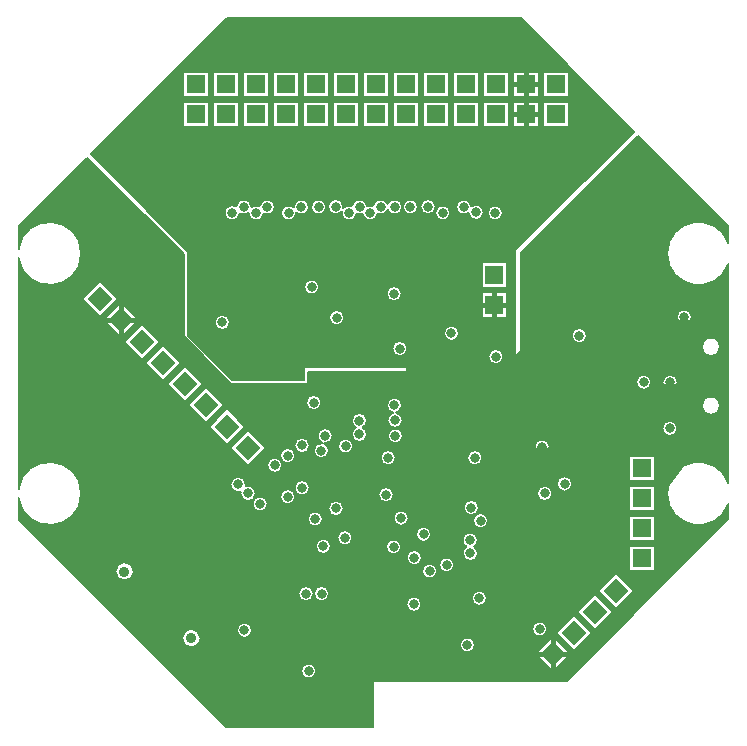
<source format=gbr>
G04 EasyPC Gerber Version 21.0.3 Build 4286 *
G04 #@! TF.Part,Single*
G04 #@! TF.FileFunction,Copper,L3,Inr *
G04 #@! TF.FilePolarity,Positive *
%FSLAX35Y35*%
%MOIN*%
G04 #@! TA.AperFunction,ComponentPad*
%ADD90R,0.06000X0.06000*%
G04 #@! TA.AperFunction,SMDPad*
%AMT19*0 Rectangle Pad at angle 45*21,1,0.06000,0.06000,0,0,45*%
%ADD19T19*%
G04 #@! TD.AperFunction*
%ADD73C,0.00500*%
%ADD79C,0.01500*%
G04 #@! TA.AperFunction,ViaPad*
%ADD97C,0.03200*%
G04 #@! TA.AperFunction,ComponentPad*
%ADD95C,0.03600*%
X0Y0D02*
D02*
D19*
X29901Y145799D03*
X36972Y138728D03*
X44043Y131657D03*
X51115Y124585D03*
X58185Y117515D03*
X65257Y110443D03*
X72328Y103372D03*
X79399Y96301D03*
X180937Y27437D03*
X188008Y34508D03*
X195079Y41579D03*
X202150Y48650D03*
D02*
D73*
X25768Y193032D02*
X2850Y170115D01*
Y162496*
G75*
G02X23750Y161050I10400J-1446*
G01*
G75*
G02X2850Y159604I-10500*
G01*
Y82496*
G75*
G02X23750Y81050I10400J-1446*
G01*
G75*
G02X2850Y79604I-10500*
G01*
Y72285*
X72085Y3050*
X121050*
Y18650*
X185715*
X239450Y72385*
Y77552*
G75*
G02X219050Y81050I-9900J3498*
G01*
G75*
G02X239450Y84548I10500*
G01*
Y157552*
G75*
G02X219050Y161050I-9900J3498*
G01*
G75*
G02X239450Y164548I10500*
G01*
Y170215*
X209332Y200332*
X170350Y161350*
Y128450*
X165250Y123350*
X132250*
Y121450*
X99250*
Y117550*
X73750*
X57850Y133450*
Y160950*
X25768Y193032*
X23891Y145799D02*
X29901Y151809D01*
X35911Y145799*
X29901Y139789*
X23891Y145799*
X30962Y138728D02*
X36972Y144738D01*
X42983Y138728*
X36972Y132717*
X30962Y138728*
X36008Y57192D02*
G75*
G02X40321Y52879I2157J-2157D01*
G01*
G75*
G02X36008Y57192I-2157J2157*
G01*
X38033Y131657D02*
X44043Y137667D01*
X50054Y131657*
X44043Y125646*
X38033Y131657*
X45104Y124585D02*
X51115Y130596D01*
X57125Y124585*
X51115Y118575*
X45104Y124585*
X52175Y117515D02*
X58185Y123525D01*
X64196Y117515*
X58185Y111504*
X52175Y117515*
X58282Y34918D02*
G75*
G02X62595Y30605I2157J-2157D01*
G01*
G75*
G02X58282Y34918I-2157J2157*
G01*
X59246Y110443D02*
X65257Y116454D01*
X71267Y110443*
X65257Y104433*
X59246Y110443*
X66317Y103372D02*
X72328Y109383D01*
X78338Y103372*
X72328Y97362*
X66317Y103372*
X73389Y96301D02*
X79399Y102311D01*
X85409Y96301*
X79399Y90291*
X73389Y96301*
X76868Y81635D02*
G75*
G02X73500Y84050I-818J2415D01*
G01*
G75*
G02X78600I2550*
G01*
G75*
G02X78532Y83465I-2550J1*
G01*
G75*
G02X81900Y81050I818J-2415*
G01*
G75*
G02X76800I-2550*
G01*
G75*
G02X76868Y81635I2550J-1*
G01*
X80700Y35450D02*
G75*
G02X75600I-2550D01*
G01*
G75*
G02X80700I2550*
G01*
X80800Y77550D02*
G75*
G02X85900I2550D01*
G01*
G75*
G02X80800I-2550*
G01*
X85700Y90450D02*
G75*
G02X90800I2550D01*
G01*
G75*
G02X85700I-2550*
G01*
X95100Y79950D02*
G75*
G02X90000I-2550D01*
G01*
G75*
G02X95100I2550*
G01*
Y93650D02*
G75*
G02X90000I-2550D01*
G01*
G75*
G02X95100I2550*
G01*
X99200Y72550D02*
G75*
G02X104300I2550D01*
G01*
G75*
G02X99200I-2550*
G01*
X99900Y82950D02*
G75*
G02X94800I-2550D01*
G01*
G75*
G02X99900I2550*
G01*
Y97050D02*
G75*
G02X94800I-2550D01*
G01*
G75*
G02X99900I2550*
G01*
X101200Y47650D02*
G75*
G02X96100I-2550D01*
G01*
G75*
G02X101200I2550*
G01*
X101900Y63450D02*
G75*
G02X107000I2550D01*
G01*
G75*
G02X101900I-2550*
G01*
X102100Y21850D02*
G75*
G02X97000I-2550D01*
G01*
G75*
G02X102100I2550*
G01*
X103800Y111350D02*
G75*
G02X98700I-2550D01*
G01*
G75*
G02X103800I2550*
G01*
X104131Y97871D02*
G75*
G02X102500Y100250I919J2379D01*
G01*
G75*
G02X107600I2550*
G01*
G75*
G02X104669Y97729I-2550*
G01*
G75*
G02X106300Y95350I-919J-2379*
G01*
G75*
G02X101200I-2550*
G01*
G75*
G02X104131Y97871I2550*
G01*
X106400Y47650D02*
G75*
G02X101300I-2550D01*
G01*
G75*
G02X106400I2550*
G01*
X109100Y66250D02*
G75*
G02X114200I2550D01*
G01*
G75*
G02X109100I-2550*
G01*
X109300Y96850D02*
G75*
G02X114400I2550D01*
G01*
G75*
G02X109300I-2550*
G01*
X111200Y76050D02*
G75*
G02X106100I-2550D01*
G01*
G75*
G02X111200I2550*
G01*
X115349Y103050D02*
G75*
G02X113900Y105350I1101J2300D01*
G01*
G75*
G02X119000I2550*
G01*
G75*
G02X117551Y103050I-2550*
G01*
G75*
G02X119000Y100750I-1101J-2300*
G01*
G75*
G02X113900I-2550*
G01*
G75*
G02X115349Y103050I2550*
G01*
X122800Y80650D02*
G75*
G02X127900I2550D01*
G01*
G75*
G02X122800I-2550*
G01*
X123500Y92950D02*
G75*
G02X128600I2550D01*
G01*
G75*
G02X123500I-2550*
G01*
X125300Y63250D02*
G75*
G02X130400I2550D01*
G01*
G75*
G02X125300I-2550*
G01*
X127758Y107930D02*
G75*
G02X125600Y110450I392J2520D01*
G01*
G75*
G02X130700I2550*
G01*
G75*
G02X128742Y107970I-2550*
G01*
G75*
G02X130900Y105450I-392J-2520*
G01*
G75*
G02X125800I-2550*
G01*
G75*
G02X127758Y107930I2550*
G01*
X127800Y72850D02*
G75*
G02X132900I2550D01*
G01*
G75*
G02X127800I-2550*
G01*
X131000Y100250D02*
G75*
G02X125900I-2550D01*
G01*
G75*
G02X131000I2550*
G01*
X132100Y44150D02*
G75*
G02X137200I2550D01*
G01*
G75*
G02X132100I-2550*
G01*
X135300Y67450D02*
G75*
G02X140400I2550D01*
G01*
G75*
G02X135300I-2550*
G01*
X137300Y55150D02*
G75*
G02X142400I2550D01*
G01*
G75*
G02X137300I-2550*
G01*
Y59650D02*
G75*
G02X132200I-2550D01*
G01*
G75*
G02X137300I2550*
G01*
X143000Y57250D02*
G75*
G02X148100I2550D01*
G01*
G75*
G02X143000I-2550*
G01*
X149900Y30550D02*
G75*
G02X155000I2550D01*
G01*
G75*
G02X149900I-2550*
G01*
X151200Y76350D02*
G75*
G02X156300I2550D01*
G01*
G75*
G02X151200I-2550*
G01*
X152201Y63273D02*
G75*
G02X150800Y65550I1149J2276D01*
G01*
G75*
G02X155900I2550*
G01*
G75*
G02X154599Y63327I-2550*
G01*
G75*
G02X156000Y61050I-1149J-2277*
G01*
G75*
G02X150900I-2550*
G01*
G75*
G02X152201Y63273I2550*
G01*
X152400Y92950D02*
G75*
G02X157500I2550D01*
G01*
G75*
G02X152400I-2550*
G01*
X153900Y46150D02*
G75*
G02X159000I2550D01*
G01*
G75*
G02X153900I-2550*
G01*
X154300Y71950D02*
G75*
G02X159400I2550D01*
G01*
G75*
G02X154300I-2550*
G01*
X174000Y35850D02*
G75*
G02X179100I2550D01*
G01*
G75*
G02X174000I-2550*
G01*
X174800Y96550D02*
G75*
G02X179900I2550D01*
G01*
G75*
G02X174800I-2550*
G01*
X175700Y81050D02*
G75*
G02X180800I2550D01*
G01*
G75*
G02X175700I-2550*
G01*
X180937Y33447D02*
X186947Y27437D01*
X180937Y21426*
X174926Y27437*
X180937Y33447*
X184850Y81700D02*
G75*
G02Y86800J2550D01*
G01*
G75*
G02Y81700J-2550*
G01*
X187200Y133650D02*
G75*
G02X192300I2550D01*
G01*
G75*
G02X187200I-2550*
G01*
X188008Y40518D02*
X194018Y34508D01*
X188008Y28498*
X181998Y34508*
X188008Y40518*
X195079Y47589D02*
X201089Y41579D01*
X195079Y35569*
X189069Y41579*
X195079Y47589*
X202150Y54660D02*
X208160Y48650D01*
X202150Y42640*
X196140Y48650*
X202150Y54660*
X206500Y63700D02*
X215000D01*
Y55200*
X206500*
Y63700*
Y73700D02*
X215000D01*
Y65200*
X206500*
Y73700*
Y83700D02*
X215000D01*
Y75200*
X206500*
Y83700*
Y93700D02*
X215000D01*
Y85200*
X206500*
Y93700*
X208700Y118150D02*
G75*
G02X213800I2550D01*
G01*
G75*
G02X208700I-2550*
G01*
X217400Y102750D02*
G75*
G02X222500I2550D01*
G01*
G75*
G02X217400I-2550*
G01*
X217500Y118050D02*
G75*
G02X222600I2550D01*
G01*
G75*
G02X217500I-2550*
G01*
X222200Y139850D02*
G75*
G02X227300I2550D01*
G01*
G75*
G02X222200I-2550*
G01*
X233650Y107300D02*
G75*
G02Y113400J3050D01*
G01*
G75*
G02Y107300J-3050*
G01*
Y126900D02*
G75*
G02Y133000J3050D01*
G01*
G75*
G02Y126900J-3050*
G01*
X188915Y21850D02*
G36*
X181360D01*
X180937Y21426*
X180513Y21850*
X102100*
G75*
G02X97000I-2550*
G01*
X53285*
X71835Y3300*
X121050*
Y18650*
X185715*
X188915Y21850*
G37*
X180251Y32761D02*
G36*
X153720D01*
G75*
G02X155000Y30550I-1270J-2211*
G01*
G75*
G02X149900I-2550*
G01*
G75*
G02X151180Y32761I2550*
G01*
X63489*
G75*
G02X62595Y30605I-3050*
G01*
G75*
G02X57389Y32761I-2157J2157*
G01*
X42374*
X53285Y21850*
X97000*
G75*
G02X102100I2550*
G01*
X180513*
X174926Y27437*
X180251Y32761*
G37*
X199826D02*
G36*
X192272D01*
X188008Y28498*
X183744Y32761*
X181622*
X186947Y27437*
X181360Y21850*
X188915*
X199826Y32761*
G37*
X42374D02*
G36*
X57389D01*
G75*
G02X58282Y34918I3050*
G01*
G75*
G02X58998Y35450I2157J-2157*
G01*
X39685*
X42374Y32761*
G37*
X182940Y35450D02*
G36*
X179069D01*
G75*
G02X174031I-2519J400*
G01*
X80700*
G75*
G02X75600I-2550*
G01*
X61879*
G75*
G02X63489Y32761I-1440J-2689*
G01*
X151180*
G75*
G02X153720I1270J-2211*
G01*
X180251*
X180937Y33447*
X181622Y32761*
X183744*
X181998Y34508*
X182940Y35450*
G37*
X202515D02*
G36*
X193076D01*
X194018Y34508*
X192272Y32761*
X199826*
X202515Y35450*
G37*
X211215Y44150D02*
G36*
X203660D01*
X202150Y42640*
X200640Y44150*
X198518*
X201089Y41579*
X195079Y35569*
X189069Y41579*
X191640Y44150*
X158032*
G75*
G02X154868I-1582J2000*
G01*
X137200*
G75*
G02X132100I-2550*
G01*
X30985*
X39685Y35450*
X58998*
G75*
G02X61879I1440J-2689*
G01*
X75600*
G75*
G02X80700I2550*
G01*
X174031*
G75*
G02X174000Y35850I2519J400*
G01*
G75*
G02X179100I2550*
G01*
G75*
G02X179069Y35450I-2550J0*
G01*
X182940*
X188008Y40518*
X193076Y35450*
X202515*
X211215Y44150*
G37*
X154388Y47650D02*
G36*
X106400D01*
G75*
G02X101300I-2550*
G01*
X101200*
G75*
G02X96100I-2550*
G01*
X27485*
X30985Y44150*
X132100*
G75*
G02X137200I2550*
G01*
X154868*
G75*
G02X153900Y46150I1582J2000*
G01*
G75*
G02X154388Y47650I2550*
G01*
G37*
X197140D02*
G36*
X158512D01*
G75*
G02X159000Y46150I-2062J-1500*
G01*
G75*
G02X158032Y44150I-2550*
G01*
X191640*
X195079Y47589*
X198518Y44150*
X200640*
X197140Y47650*
G37*
X214715D02*
G36*
X207160D01*
X203660Y44150*
X211215*
X214715Y47650*
G37*
X222100Y55035D02*
G36*
X146814D01*
G75*
G02X144286I-1264J2215*
G01*
X142397*
G75*
G02X137303I-2547J115*
G01*
X41215*
G75*
G02X40321Y52879I-3050*
G01*
G75*
G02X35115Y55035I-2157J2157*
G01*
X20100*
X27485Y47650*
X96100*
G75*
G02X101200I2550*
G01*
X101300*
G75*
G02X106400I2550*
G01*
X154388*
G75*
G02X158512I2062J-1500*
G01*
X197140*
X196140Y48650*
X202150Y54660*
X208160Y48650*
X207160Y47650*
X214715*
X222100Y55035*
G37*
X144286D02*
G36*
G75*
G02X143000Y57250I1264J2215D01*
G01*
G75*
G02X144688Y59650I2550*
G01*
X137300*
G75*
G02X132200I-2550*
G01*
X15485*
X20100Y55035*
X35115*
G75*
G02X36008Y57192I3050*
G01*
G75*
G02X41215Y55035I2157J-2157*
G01*
X137303*
G75*
G02X137300Y55150I2547J119*
G01*
G75*
G02X142400I2550*
G01*
G75*
G02X142397Y55035I-2550J4*
G01*
X144286*
G37*
X226715Y59650D02*
G36*
X215000D01*
Y55200*
X206500*
Y59650*
X155581*
G75*
G02X151319I-2131J1400*
G01*
X146412*
G75*
G02X148100Y57250I-862J-2400*
G01*
G75*
G02X146814Y55035I-2550*
G01*
X222100*
X226715Y59650*
G37*
X151319D02*
G36*
G75*
G02X150900Y61050I2131J1400D01*
G01*
Y61050*
G75*
G02X152201Y63273I2549*
G01*
G75*
G02X151903Y63450I1149J2277*
G01*
X130392*
G75*
G02X130400Y63250I-2543J-200*
G01*
G75*
G02X125300I-2550*
G01*
G75*
G02X125308Y63450I2550J0*
G01*
X107000*
G75*
G02X101900I-2550*
G01*
X11685*
X15485Y59650*
X132200*
G75*
G02X137300I2550*
G01*
X144688*
G75*
G02X146412I862J-2400*
G01*
X151319*
G37*
X206500Y63450D02*
G36*
X154796D01*
G75*
G02X154599Y63327I-1446J2099*
G01*
G75*
G02X156000Y61050I-1149J-2277*
G01*
G75*
G02X155581Y59650I-2550J0*
G01*
X206500*
Y63450*
G37*
X230515D02*
G36*
X215000D01*
Y59650*
X226715*
X230515Y63450*
G37*
X150898Y66250D02*
G36*
X140100D01*
G75*
G02X135600I-2250J1200*
G01*
X114200*
G75*
G02X109100I-2550*
G01*
X8885*
X11685Y63450*
X101900*
G75*
G02X107000I2550*
G01*
X125308*
G75*
G02X130392I2542J-200*
G01*
X151903*
G75*
G02X150800Y65550I1447J2100*
G01*
G75*
G02X150898Y66250I2550J0*
G01*
G37*
X233315D02*
G36*
X215000D01*
Y65200*
X206500*
Y66250*
X155802*
G75*
G02X155900Y65550I-2452J-700*
G01*
Y65550*
G75*
G02X154796Y63450I-2549*
G01*
X206500*
Y63700*
X215000*
Y63450*
X230515*
X233315Y66250*
G37*
X206500Y72550D02*
G36*
X159328D01*
G75*
G02X159400Y71950I-2479J-600*
G01*
G75*
G02X154300I-2550*
G01*
G75*
G02X154372Y72550I2550J0*
G01*
X132882*
G75*
G02X127818I-2532J300*
G01*
X104300*
G75*
G02X99200I-2550*
G01*
X19414*
G75*
G02X7086I-6164J8500*
G01*
X3100*
Y72035*
X8885Y66250*
X109100*
G75*
G02X114200I2550*
G01*
X135600*
G75*
G02X135300Y67450I2250J1200*
G01*
G75*
G02X140400I2550*
G01*
G75*
G02X140100Y66250I-2550*
G01*
X150898*
G75*
G02X155802I2452J-700*
G01*
X206500*
Y72550*
G37*
X223386D02*
G36*
X215000D01*
Y66250*
X233315*
X239200Y72135*
Y72550*
X235714*
G75*
G02X223386I-6164J8500*
G01*
G37*
X219650Y77550D02*
G36*
X215000D01*
Y75200*
X206500*
Y77550*
X156000*
G75*
G02X156300Y76350I-2250J-1200*
G01*
G75*
G02X151200I-2550*
G01*
G75*
G02X151500Y77550I2550*
G01*
X110712*
G75*
G02X111200Y76050I-2062J-1500*
G01*
G75*
G02X106100I-2550*
G01*
G75*
G02X106588Y77550I2550*
G01*
X93412*
G75*
G02X91688I-862J2400*
G01*
X85900*
G75*
G02X80800I-2550*
G01*
X23150*
G75*
G02X19414Y72550I-9900J3501*
G01*
X99200*
G75*
G02X104300I2550*
G01*
X127818*
G75*
G02X127800Y72850I2532J300*
G01*
G75*
G02X132900I2550*
G01*
G75*
G02X132882Y72550I-2550*
G01*
X154372*
G75*
G02X159328I2478J-600*
G01*
X206500*
Y73700*
X215000*
Y72550*
X223386*
G75*
G02X219650Y77550I6164J8501*
G01*
G37*
X3350D02*
G36*
X3100D01*
Y72550*
X7086*
G75*
G02X3350Y77550I6164J8501*
G01*
G37*
X239200Y76911D02*
G36*
G75*
G02X235714Y72550I-9650J4139D01*
G01*
X239200*
Y76911*
G37*
X80800Y77550D02*
G36*
G75*
G02X82488Y79950I2550D01*
G01*
X81650*
G75*
G02X77050I-2300J1100*
G01*
X23692*
G75*
G02X23150Y77550I-10443J1099*
G01*
X80800*
G37*
X3350D02*
G36*
G75*
G02X3100Y78362I9902J3499D01*
G01*
Y77550*
X3350*
G37*
X206500Y79950D02*
G36*
X180550D01*
G75*
G02X175950I-2300J1100*
G01*
X127802*
G75*
G02X122898I-2452J700*
G01*
X95100*
G75*
G02X93412Y77550I-2550*
G01*
X106588*
G75*
G02X110712I2062J-1500*
G01*
X151500*
G75*
G02X156000I2250J-1200*
G01*
X206500*
Y79950*
G37*
X90000D02*
G36*
X84212D01*
G75*
G02X85900Y77550I-862J-2400*
G01*
X91688*
G75*
G02X90000Y79950I862J2400*
G01*
G37*
X219108D02*
G36*
X215000D01*
Y77550*
X219650*
G75*
G02X219108Y79950I9900J3499*
G01*
G37*
X77050D02*
G36*
G75*
G02X76800Y81050I2300J1100D01*
G01*
G75*
G02Y81052I2707J1*
G01*
G75*
G02X76868Y81635I2524*
G01*
G75*
G02X73988Y82550I-818J2415*
G01*
X23642*
G75*
G02X23750Y81050I-10393J-1501*
G01*
G75*
G02X23692Y79950I-10501J1*
G01*
X77050*
G37*
X122898D02*
G36*
G75*
G02X122800Y80650I2452J700D01*
G01*
G75*
G02X123649Y82550I2550*
G01*
X99869*
G75*
G02X94831I-2519J400*
G01*
X81412*
G75*
G02X81900Y81050I-2062J-1500*
G01*
G75*
G02X81650Y79950I-2550J0*
G01*
X82488*
G75*
G02X84212I862J-2400*
G01*
X90000*
G75*
G02X95100I2550*
G01*
X122898*
G37*
X206500Y82550D02*
G36*
X186751D01*
G75*
G02X184850Y81700I-1901J1700*
G01*
G75*
G02X182949Y82550J2550*
G01*
X180312*
G75*
G02X180800Y81050I-2062J-1500*
G01*
G75*
G02X180550Y79950I-2550J0*
G01*
X206500*
Y82550*
G37*
X175950Y79950D02*
G36*
G75*
G02X175700Y81050I2300J1100D01*
G01*
G75*
G02X176188Y82550I2550*
G01*
X127051*
G75*
G02X127900Y80650I-1701J-1900*
G01*
G75*
G02X127802Y79950I-2550J0*
G01*
X175950*
G37*
X219158Y82550D02*
G36*
X215000D01*
Y79950*
X219108*
G75*
G02X219050Y81050I10443J1101*
G01*
G75*
G02X219158Y82550I10500J-1*
G01*
G37*
G36*
G75*
G02X224872Y90450I10393J-1500*
G01*
X215000*
Y85200*
X206500*
Y90450*
X155452*
G75*
G02X154448I-502J2500*
G01*
X126552*
G75*
G02X125548I-502J2500*
G01*
X90800*
G75*
G02X85700I-2550*
G01*
X79558*
X79399Y90291*
X79240Y90450*
X17928*
G75*
G02X23642Y82550I-4679J-9400*
G01*
X73988*
G75*
G02X73500Y84050I2062J1500*
G01*
G75*
G02X78600I2550*
G01*
G75*
G02X78532Y83465I-2576J4*
G01*
G75*
G02X81412Y82550I818J-2415*
G01*
X94831*
G75*
G02X94800Y82950I2519J400*
G01*
G75*
G02X99900I2550*
G01*
G75*
G02X99869Y82550I-2550J0*
G01*
X123649*
G75*
G02X127051I1701J-1900*
G01*
X176188*
G75*
G02X180312I2062J-1500*
G01*
X182949*
G75*
G02X182300Y84250I1901J1700*
G01*
G75*
G02X184850Y86800I2550*
G01*
G75*
G02X187400Y84250J-2550*
G01*
G75*
G02X186751Y82550I-2550*
G01*
X206500*
Y83700*
X215000*
Y82550*
X219158*
G37*
X8572Y90450D02*
G36*
X3100D01*
Y83738*
G75*
G02X8572Y90450I10150J-2689*
G01*
G37*
X239200Y85189D02*
G36*
Y90450D01*
X234228*
G75*
G02X239200Y85189I-4678J-9400*
G01*
G37*
X76040Y93650D02*
G36*
X3100D01*
Y90450*
X8572*
G75*
G02X17928I4678J-9400*
G01*
X79240*
X76040Y93650*
G37*
X123598D02*
G36*
X105651D01*
G75*
G02X101849I-1901J1700*
G01*
X95100*
G75*
G02X90000I-2550*
G01*
X82758*
X79558Y90450*
X85700*
G75*
G02X90800I2550*
G01*
X125548*
G75*
G02X123500Y92950I502J2500*
G01*
G75*
G02X123598Y93650I2550J0*
G01*
G37*
X206500D02*
G36*
X157402D01*
G75*
G02X157500Y92950I-2452J-700*
G01*
G75*
G02X155452Y90450I-2550*
G01*
X206500*
Y93650*
G37*
X152498D02*
G36*
X128502D01*
G75*
G02X128600Y92950I-2452J-700*
G01*
G75*
G02X126552Y90450I-2550*
G01*
X154448*
G75*
G02X152400Y92950I502J2500*
G01*
G75*
G02X152498Y93650I2550J0*
G01*
G37*
X234228Y90450D02*
G36*
X239200D01*
Y93650*
X215000*
Y90450*
X224872*
G75*
G02X234228I4678J-9400*
G01*
G37*
X73389Y96301D02*
G36*
X3100D01*
Y93650*
X76040*
X73389Y96301*
G37*
X101384D02*
G36*
X99787D01*
G75*
G02X94913I-2437J749*
G01*
X85409*
X82758Y93650*
X90000*
G75*
G02X95100I2550*
G01*
X101849*
G75*
G02X101200Y95350I1901J1700*
G01*
G75*
G02X101384Y96301I2550J0*
G01*
G37*
X179888D02*
G36*
G75*
G02X174812I-2538J249D01*
G01*
X114340*
G75*
G02X109360I-2490J549*
G01*
X106116*
G75*
G02X106300Y95350I-2365J-950*
G01*
Y95350*
G75*
G02X105651Y93650I-2550*
G01*
X123598*
G75*
G02X128502I2452J-700*
G01*
X152498*
G75*
G02X157402I2452J-700*
G01*
X206500*
Y93700*
X215000*
Y93650*
X239200*
Y96301*
X179888*
G37*
X73389D02*
G36*
X77337Y100250D01*
X75215*
X72328Y97362*
X69440Y100250*
X3100*
Y96301*
X73389*
G37*
X102500Y100250D02*
G36*
X81460D01*
X85409Y96301*
X94913*
G75*
G02X94800Y97050I2438J750*
G01*
G75*
G02X99900I2550*
G01*
G75*
G02X99787Y96301I-2550J1*
G01*
X101384*
G75*
G02X104131Y97871I2366J-951*
G01*
G75*
G02X102500Y100250I919J2378*
G01*
Y100250*
G37*
X220452D02*
G36*
G75*
G02X219448I-502J2500D01*
G01*
X131000*
G75*
G02X125900I-2550*
G01*
X118950*
G75*
G02X113950I-2500J500*
G01*
X107600*
G75*
G02X104669Y97729I-2550*
G01*
G75*
G02X106116Y96301I-919J-2379*
G01*
X109360*
G75*
G02X109300Y96850I2490J549*
G01*
G75*
G02X114400I2550*
G01*
G75*
G02X114340Y96301I-2550J0*
G01*
X174812*
G75*
G02X174800Y96550I2538J249*
G01*
G75*
G02X179900I2550*
G01*
G75*
G02X179888Y96301I-2550J0*
G01*
X239200*
Y100250*
X220452*
G37*
X66317Y103372D02*
G36*
X3100D01*
Y100250*
X69440*
X66317Y103372*
G37*
X113950Y100250D02*
G36*
G75*
G02X113900Y100750I2501J500D01*
G01*
G75*
G02X115349Y103050I2551J0*
G01*
G75*
G02X114840Y103372I1102J2301*
G01*
X78338*
X75215Y100250*
X77337*
X79399Y102311*
X81460Y100250*
X102500*
G75*
G02X107600I2550*
G01*
X113950*
G37*
X217477Y103372D02*
G36*
X129829D01*
G75*
G02X126871I-1479J2078*
G01*
X118060*
G75*
G02X117551Y103050I-1611J1978*
G01*
G75*
G02X119000Y100750I-1102J-2300*
G01*
G75*
G02X118950Y100250I-2550J0*
G01*
X125900*
G75*
G02X131000I2550*
G01*
X219448*
G75*
G02X217400Y102750I502J2500*
G01*
G75*
G02X217477Y103372I2550*
G01*
G37*
X222423D02*
G36*
G75*
G02X222500Y102750I-2473J-622D01*
G01*
G75*
G02X220452Y100250I-2550*
G01*
X239200*
Y103372*
X222423*
G37*
X125600Y110443D02*
G36*
X103633D01*
G75*
G02X98867I-2383J907*
G01*
X71267*
X65257Y104433*
X59246Y110443*
X3100*
Y103372*
X66317*
X72328Y109383*
X78338Y103372*
X114840*
G75*
G02X113900Y105350I1611J1978*
G01*
G75*
G02X119000I2550*
G01*
G75*
G02X118060Y103372I-2551J0*
G01*
X126871*
G75*
G02X125800Y105450I1479J2078*
G01*
G75*
G02X127758Y107930I2550*
G01*
G75*
G02X125600Y110443I392J2519*
G01*
G37*
X130700D02*
G36*
G75*
G02X128742Y107970I-2550J7D01*
G01*
G75*
G02X130900Y105450I-393J-2520*
G01*
G75*
G02X129829Y103372I-2550*
G01*
X217477*
G75*
G02X222423I2473J-622*
G01*
X239200*
Y110443*
X236698*
G75*
G02X236700Y110350I-3049J-98*
G01*
G75*
G02X233650Y107300I-3050*
G01*
G75*
G02X230600Y110350J3050*
G01*
G75*
G02X230602Y110443I3050J-5*
G01*
X130700*
G37*
X222543Y117515D02*
G36*
G75*
G02X217557I-2493J535D01*
G01*
X213720*
G75*
G02X208780I-2470J635*
G01*
X64196*
X58185Y111504*
X52175Y117515*
X3100*
Y110443*
X59246*
X65257Y116454*
X71267Y110443*
X98867*
G75*
G02X98700Y111350I2383J906*
G01*
G75*
G02X103800I2550*
G01*
G75*
G02X103633Y110443I-2550J0*
G01*
X125600*
G75*
G02Y110450I2542J3*
G01*
Y110450*
G75*
G02X130700I2550*
G01*
G75*
G02Y110443I-2557J-3*
G01*
X230602*
G75*
G02X233650Y113400I3048J-93*
G01*
G75*
G02X236698Y110443J-3050*
G01*
X239200*
Y117515*
X222543*
G37*
X166485Y124585D02*
G36*
X165250Y123350D01*
X132250*
Y121450*
X99250*
Y117550*
X73750*
X66715Y124585*
X57125*
X51115Y118575*
X45104Y124585*
X3100*
Y117515*
X52175*
X58185Y123525*
X64196Y117515*
X208780*
G75*
G02X208700Y118150I2470J635*
G01*
G75*
G02X213800I2550*
G01*
G75*
G02X213720Y117515I-2550J0*
G01*
X217557*
G75*
G02X217500Y118050I2493J535*
G01*
G75*
G02X222600I2550*
G01*
G75*
G02X222543Y117515I-2550J-1*
G01*
X239200*
Y124585*
X166485*
G37*
X59643Y131657D02*
G36*
X50054D01*
X44043Y125646*
X38033Y131657*
X3100*
Y124585*
X45104*
X51115Y130596*
X57125Y124585*
X66715*
X59643Y131657*
G37*
X191340D02*
G36*
G75*
G02X188160I-1590J1993D01*
G01*
X170350*
Y128450*
X166485Y124585*
X239200*
Y131657*
X236178*
G75*
G02X236700Y129950I-2528J-1706*
G01*
G75*
G02X233650Y126900I-3050*
G01*
G75*
G02X230600Y129950J3050*
G01*
G75*
G02X231122Y131657I3050J0*
G01*
X191340*
G37*
X57850Y138728D02*
G36*
X42983D01*
X36972Y132717*
X30962Y138728*
X3100*
Y131657*
X38033*
X44043Y137667*
X50054Y131657*
X59643*
X57850Y133450*
Y138728*
G37*
X227040D02*
G36*
G75*
G02X222460I-2290J1122D01*
G01*
X170350*
Y131657*
X188160*
G75*
G02X187200Y133650I1590J1994*
G01*
G75*
G02X192300I2550*
G01*
G75*
G02X191340Y131657I-2550J0*
G01*
X231122*
G75*
G02X233650Y133000I2528J-1707*
G01*
G75*
G02X236178Y131657J-3050*
G01*
X239200*
Y138728*
X227040*
G37*
X57850Y145799D02*
G36*
X35911D01*
X29901Y139789*
X23891Y145799*
X3100*
Y138728*
X30962*
X36972Y144738*
X42983Y138728*
X57850*
Y145799*
G37*
X170350D02*
G36*
Y138728D01*
X222460*
G75*
G02X222200Y139850I2290J1122*
G01*
G75*
G02X227300I2550*
G01*
G75*
G02X227040Y138728I-2550*
G01*
X239200*
Y145799*
X170350*
G37*
X57850D02*
G36*
Y160950D01*
X25768Y193032*
X3100Y170365*
Y163738*
G75*
G02X23750Y161050I10150J-2689*
G01*
G75*
G02X3100Y158362I-10500J0*
G01*
Y145799*
X23891*
X29901Y151809*
X35911Y145799*
X57850*
G37*
X170350D02*
G36*
X239200D01*
Y156911*
G75*
G02X219050Y161050I-9650J4139*
G01*
G75*
G02X239200Y165189I10500*
G01*
Y170465*
X209582Y200082*
X209082*
X170350Y161350*
Y145799*
G37*
X26868Y194132D02*
X59350Y161650D01*
Y133550*
X74150Y118750*
X98150*
Y123350*
X165250*
X168450Y126550*
Y162050*
X208032Y201632*
X170215Y239450*
X72185*
X26868Y194132*
X66300Y211700D02*
Y203200D01*
X57800*
Y211700*
X66300*
Y221700D02*
Y213200D01*
X57800*
Y221700*
X66300*
X73300Y138050D02*
G75*
G02X68200I-2550D01*
G01*
G75*
G02X73300I2550*
G01*
X75405Y176710D02*
G75*
G02X80500Y176575I2545J-160D01*
G01*
G75*
G02X83214Y176819I1550J-2024*
G01*
G75*
G02X88300Y176550I2536J-269*
G01*
G75*
G02X84586Y174281I-2550*
G01*
G75*
G02X79500Y174525I-2536J269*
G01*
G75*
G02X76595Y174390I-1550J2025*
G01*
G75*
G02X71500Y174550I-2545J160*
G01*
G75*
G02X75405Y176710I2550*
G01*
X76300Y211700D02*
Y203200D01*
X67800*
Y211700*
X76300*
Y221700D02*
Y213200D01*
X67800*
Y221700*
X76300*
X86300Y211700D02*
Y203200D01*
X77800*
Y211700*
X86300*
Y221700D02*
Y213200D01*
X77800*
Y221700*
X86300*
X94604Y176400D02*
G75*
G02X94600Y176550I2548J149D01*
G01*
G75*
G02X99700I2550*
G01*
G75*
G02X95396Y174700I-2550*
G01*
G75*
G02X95400Y174550I-2549J-149*
G01*
G75*
G02X90300I-2550*
G01*
G75*
G02X94604Y176400I2550*
G01*
X96300Y211700D02*
Y203200D01*
X87800*
Y211700*
X96300*
Y221700D02*
Y213200D01*
X87800*
Y221700*
X96300*
X103100Y149850D02*
G75*
G02X98000I-2550D01*
G01*
G75*
G02X103100I2550*
G01*
X105400Y176550D02*
G75*
G02X100300I-2550D01*
G01*
G75*
G02X105400I2550*
G01*
X106300Y211700D02*
Y203200D01*
X97800*
Y211700*
X106300*
Y221700D02*
Y213200D01*
X97800*
Y221700*
X106300*
X110554Y175074D02*
G75*
G02X106000Y176650I-2004J1576D01*
G01*
G75*
G02X111100I2550*
G01*
G75*
G02X111046Y176126I-2550*
G01*
G75*
G02X114025Y176906I2004J-1576*
G01*
G75*
G02X119075I2525J-356*
G01*
G75*
G02X121025I975J-2357*
G01*
G75*
G02X125900Y177540I2525J-356*
G01*
G75*
G02X130800Y176550I2350J-990*
G01*
G75*
G02X125900Y175560I-2550*
G01*
G75*
G02X122575Y174194I-2350J990*
G01*
G75*
G02X117525I-2525J356*
G01*
G75*
G02X115575I-975J2357*
G01*
G75*
G02X110500Y174550I-2525J356*
G01*
G75*
G02X110554Y175074I2550*
G01*
X111437Y139650D02*
G75*
G02X106337I-2550D01*
G01*
G75*
G02X111437I2550*
G01*
X116300Y211700D02*
Y203200D01*
X107800*
Y211700*
X116300*
Y221700D02*
Y213200D01*
X107800*
Y221700*
X116300*
X126300Y211700D02*
Y203200D01*
X117800*
Y211700*
X126300*
Y221700D02*
Y213200D01*
X117800*
Y221700*
X126300*
X130600Y147650D02*
G75*
G02X125500I-2550D01*
G01*
G75*
G02X130600I2550*
G01*
X132500Y129350D02*
G75*
G02X127400I-2550D01*
G01*
G75*
G02X132500I2550*
G01*
X136000Y176550D02*
G75*
G02X130900I-2550D01*
G01*
G75*
G02X136000I2550*
G01*
X136300Y211700D02*
Y203200D01*
X127800*
Y211700*
X136300*
Y221700D02*
Y213200D01*
X127800*
Y221700*
X136300*
X141900Y176650D02*
G75*
G02X136800I-2550D01*
G01*
G75*
G02X141900I2550*
G01*
X144600Y134450D02*
G75*
G02X149700I2550D01*
G01*
G75*
G02X144600I-2550*
G01*
X146300Y211700D02*
Y203200D01*
X137800*
Y211700*
X146300*
Y221700D02*
Y213200D01*
X137800*
Y221700*
X146300*
X146800Y174550D02*
G75*
G02X141700I-2550D01*
G01*
G75*
G02X146800I2550*
G01*
X152809Y174532D02*
G75*
G02X148700Y176550I-1559J2018D01*
G01*
G75*
G02X153791Y176768I2550*
G01*
G75*
G02X157900Y174750I1559J-2018*
G01*
G75*
G02X152809Y174532I-2550*
G01*
X156300Y211700D02*
Y203200D01*
X147800*
Y211700*
X156300*
Y221700D02*
Y213200D01*
X147800*
Y221700*
X156300*
X164300Y174550D02*
G75*
G02X159200I-2550D01*
G01*
G75*
G02X164300I2550*
G01*
X164500Y126650D02*
G75*
G02X159400I-2550D01*
G01*
G75*
G02X164500I2550*
G01*
X165700Y139600D02*
X157200D01*
Y148100*
X165700*
Y139600*
Y149600D02*
X157200D01*
Y158100*
X165700*
Y149600*
X166300Y211700D02*
Y203200D01*
X157800*
Y211700*
X166300*
Y221700D02*
Y213200D01*
X157800*
Y221700*
X166300*
X176300Y211700D02*
Y203200D01*
X167800*
Y211700*
X176300*
Y221700D02*
Y213200D01*
X167800*
Y221700*
X176300*
X186300Y211700D02*
Y203200D01*
X177800*
Y211700*
X186300*
Y221700D02*
Y213200D01*
X177800*
Y221700*
X186300*
X168450Y126650D02*
G36*
X164500D01*
G75*
G02X159400I-2550*
G01*
X66250*
X73900Y119000*
X98150*
Y123350*
X165250*
X168450Y126550*
Y126650*
G37*
Y129350D02*
G36*
X132500D01*
G75*
G02X127400I-2550*
G01*
X63550*
X66250Y126650*
X159400*
G75*
G02X164500I2550*
G01*
X168450*
Y129350*
G37*
Y134450D02*
G36*
X149700D01*
G75*
G02X144600I-2550*
G01*
X59350*
Y133550*
X63550Y129350*
X127400*
G75*
G02X132500I2550*
G01*
X168450*
Y134450*
G37*
Y138050D02*
G36*
X110872D01*
G75*
G02X106901I-1985J1600*
G01*
X73300*
G75*
G02X68200I-2550*
G01*
X59350*
Y134450*
X144600*
G75*
G02X149700I2550*
G01*
X168450*
Y138050*
G37*
Y143850D02*
G36*
X165700D01*
Y139600*
X157200*
Y143850*
X59350*
Y138050*
X68200*
G75*
G02X73300I2550*
G01*
X106901*
G75*
G02X106337Y139650I1985J1600*
G01*
G75*
G02X111437I2550*
G01*
G75*
G02X110872Y138050I-2550J0*
G01*
X168450*
Y143850*
G37*
Y149850D02*
G36*
X165700D01*
Y149600*
X157200*
Y149850*
X129339*
G75*
G02X130600Y147650I-1289J-2200*
G01*
G75*
G02X125500I-2550*
G01*
G75*
G02X126761Y149850I2550*
G01*
X103100*
G75*
G02X98000I-2550*
G01*
X59350*
Y143850*
X157200*
Y148100*
X165700*
Y143850*
X168450*
Y149850*
G37*
X181950Y175550D02*
G36*
X164096D01*
G75*
G02X164300Y174550I-2346J-1000*
G01*
G75*
G02X159200I-2550*
G01*
G75*
G02X159404Y175550I2550*
G01*
X157771*
G75*
G02X157900Y174750I-2422J-800*
G01*
G75*
G02X152809Y174532I-2550*
G01*
G75*
G02X148904Y175550I-1559J2018*
G01*
X146596*
G75*
G02X146800Y174550I-2346J-1000*
G01*
G75*
G02X141700I-2550*
G01*
G75*
G02X141904Y175550I2550*
G01*
X141650*
G75*
G02X137050I-2300J1100*
G01*
X135796*
G75*
G02X131104I-2346J1000*
G01*
X130596*
G75*
G02X125904I-2346J1000*
G01*
X125896*
G75*
G02X122575Y174194I-2346J1000*
G01*
G75*
G02X117525I-2525J356*
G01*
G75*
G02X115575I-975J2358*
G01*
G75*
G02X110500Y174550I-2525J356*
G01*
G75*
G02X110554Y175074I2577J-3*
G01*
G75*
G02X106249Y175550I-2004J1576*
G01*
X105196*
G75*
G02X100504I-2346J1000*
G01*
X99496*
G75*
G02X95396Y174700I-2346J1000*
G01*
G75*
G02X95400Y174550I-2843J-157*
G01*
G75*
G02X90300I-2550*
G01*
G75*
G02X90504Y175550I2550*
G01*
X88096*
G75*
G02X84586Y174281I-2346J1000*
G01*
G75*
G02X79500Y174525I-2536J269*
G01*
G75*
G02X76595Y174390I-1550J2025*
G01*
G75*
G02X71500Y174550I-2545J160*
G01*
G75*
G02X71704Y175550I2550J0*
G01*
X45450*
X59350Y161650*
Y149850*
X98000*
G75*
G02X103100I2550*
G01*
X126761*
G75*
G02X129339I1289J-2200*
G01*
X157200*
Y158100*
X165700*
Y149850*
X168450*
Y162050*
X181950Y175550*
G37*
X186300Y207450D02*
G36*
Y203200D01*
X177800*
Y207450*
X176300*
Y203200*
X167800*
Y207450*
X166300*
Y203200*
X157800*
Y207450*
X156300*
Y203200*
X147800*
Y207450*
X146300*
Y203200*
X137800*
Y207450*
X136300*
Y203200*
X127800*
Y207450*
X126300*
Y203200*
X117800*
Y207450*
X116300*
Y203200*
X107800*
Y207450*
X106300*
Y203200*
X97800*
Y207450*
X96300*
Y203200*
X87800*
Y207450*
X86300*
Y203200*
X77800*
Y207450*
X76300*
Y203200*
X67800*
Y207450*
X66300*
Y203200*
X57800*
Y207450*
X40185*
X27118Y194382*
Y193882*
X45450Y175550*
X71704*
G75*
G02X75405Y176710I2346J-1000*
G01*
G75*
G02X80500Y176575I2545J-160*
G01*
G75*
G02X83214Y176819I1550J-2025*
G01*
G75*
G02X88300Y176550I2536J-269*
G01*
G75*
G02X88096Y175550I-2550J0*
G01*
X90504*
G75*
G02X94604Y176400I2346J-1000*
G01*
G75*
G02X94600Y176550I2843J157*
G01*
G75*
G02X99700I2550*
G01*
G75*
G02X99496Y175550I-2550*
G01*
X100504*
G75*
G02X100300Y176550I2346J1000*
G01*
G75*
G02X105400I2550*
G01*
G75*
G02X105196Y175550I-2550*
G01*
X106249*
G75*
G02X106000Y176650I2300J1099*
G01*
Y176650*
G75*
G02X111100I2550*
G01*
G75*
G02X111046Y176126I-2577J3*
G01*
G75*
G02X114025Y176906I2004J-1576*
G01*
G75*
G02X119075I2525J-356*
G01*
G75*
G02X121025I975J-2358*
G01*
G75*
G02X125900Y177540I2525J-356*
G01*
G75*
G02X130800Y176550I2350J-990*
G01*
G75*
G02X130596Y175550I-2550*
G01*
X131104*
G75*
G02X130900Y176550I2346J1000*
G01*
G75*
G02X136000I2550*
G01*
G75*
G02X135796Y175550I-2550*
G01*
X137050*
G75*
G02X136800Y176650I2300J1100*
G01*
G75*
G02X141900I2550*
G01*
G75*
G02X141650Y175550I-2550J0*
G01*
X141904*
G75*
G02X146596I2346J-1000*
G01*
X148904*
G75*
G02X148700Y176550I2346J1000*
G01*
G75*
G02X153791Y176768I2550*
G01*
G75*
G02X157771Y175550I1559J-2018*
G01*
X159404*
G75*
G02X164096I2346J-1000*
G01*
X181950*
X207782Y201382*
Y201882*
X202215Y207450*
X186300*
G37*
X125904Y175550D02*
G36*
G75*
G02X125900Y175560I2353J1002D01*
G01*
G75*
G02X125896Y175550I-2357J991*
G01*
X125904*
G37*
X186300Y217450D02*
G36*
Y213200D01*
X177800*
Y217450*
X176300*
Y213200*
X167800*
Y217450*
X166300*
Y213200*
X157800*
Y217450*
X156300*
Y213200*
X147800*
Y217450*
X146300*
Y213200*
X137800*
Y217450*
X136300*
Y213200*
X127800*
Y217450*
X126300*
Y213200*
X117800*
Y217450*
X116300*
Y213200*
X107800*
Y217450*
X106300*
Y213200*
X97800*
Y217450*
X96300*
Y213200*
X87800*
Y217450*
X86300*
Y213200*
X77800*
Y217450*
X76300*
Y213200*
X67800*
Y217450*
X66300*
Y213200*
X57800*
Y217450*
X50185*
X40185Y207450*
X57800*
Y211700*
X66300*
Y207450*
X67800*
Y211700*
X76300*
Y207450*
X77800*
Y211700*
X86300*
Y207450*
X87800*
Y211700*
X96300*
Y207450*
X97800*
Y211700*
X106300*
Y207450*
X107800*
Y211700*
X116300*
Y207450*
X117800*
Y211700*
X126300*
Y207450*
X127800*
Y211700*
X136300*
Y207450*
X137800*
Y211700*
X146300*
Y207450*
X147800*
Y211700*
X156300*
Y207450*
X157800*
Y211700*
X166300*
Y207450*
X167800*
Y211700*
X176300*
Y207450*
X177800*
Y211700*
X186300*
Y207450*
X202215*
X192215Y217450*
X186300*
G37*
X192215D02*
G36*
X170465Y239200D01*
X71935*
X50185Y217450*
X57800*
Y221700*
X66300*
Y217450*
X67800*
Y221700*
X76300*
Y217450*
X77800*
Y221700*
X86300*
Y217450*
X87800*
Y221700*
X96300*
Y217450*
X97800*
Y221700*
X106300*
Y217450*
X107800*
Y221700*
X116300*
Y217450*
X117800*
Y221700*
X126300*
Y217450*
X127800*
Y221700*
X136300*
Y217450*
X137800*
Y221700*
X146300*
Y217450*
X147800*
Y221700*
X156300*
Y217450*
X157800*
Y221700*
X166300*
Y217450*
X167800*
Y221700*
X176300*
Y217450*
X177800*
Y221700*
X186300*
Y217450*
X192215*
G37*
D02*
D79*
X29900Y65250D02*
X27400D01*
X30750Y64400D02*
Y61900D01*
Y66100D02*
Y68600D01*
X31600Y65250D02*
X34100D01*
X33480Y138728D02*
X30255D01*
X36972Y135235D02*
Y132010D01*
Y142220D02*
Y145445D01*
X40465Y138728D02*
X43690D01*
X41100Y162750D02*
X38600D01*
X41950Y161900D02*
Y159400D01*
Y163600D02*
Y166100D01*
X42800Y162750D02*
X45300D01*
X50400Y98050D02*
X47900D01*
X51250Y97200D02*
Y94700D01*
Y98900D02*
Y101400D01*
X52100Y98050D02*
X54600D01*
X78638Y10512D02*
X76138D01*
X79488Y9662D02*
Y7162D01*
Y11362D02*
Y13862D01*
X80338Y10512D02*
X82838D01*
X87300Y54350D02*
X84800D01*
X88150Y53500D02*
Y51000D01*
Y55200D02*
Y57700D01*
X88700Y71450D02*
X86200D01*
X89000Y54350D02*
X91500D01*
X89550Y70600D02*
Y68100D01*
Y72300D02*
Y74800D01*
X90400Y71450D02*
X92900D01*
X94300Y114750D02*
X91800D01*
X95150Y113900D02*
Y111400D01*
X96000Y114750D02*
X98500D01*
X100900Y37350D02*
X98400D01*
X101750Y36500D02*
Y34000D01*
Y38200D02*
Y40700D01*
X102600Y37350D02*
X105100D01*
X118700Y112850D02*
X116200D01*
X119550Y112000D02*
Y109500D01*
Y113700D02*
Y116200D01*
X120400Y112850D02*
X122900D01*
X122700Y50950D02*
X120200D01*
X123550Y50100D02*
Y47600D01*
Y51800D02*
Y54300D01*
X124400Y50950D02*
X126900D01*
X124700Y67150D02*
X122200D01*
X125550Y68000D02*
Y70500D01*
X126400Y67150D02*
X128900D01*
X135600Y86850D02*
X133100D01*
X136450Y86000D02*
Y83500D01*
Y87700D02*
Y90200D01*
X137300Y86850D02*
X139800D01*
X149500Y117850D02*
X147000D01*
X150350Y117000D02*
Y114500D01*
Y118700D02*
Y121200D01*
X151200Y117850D02*
X153700D01*
X154100Y21050D02*
X151600D01*
X154950Y21900D02*
Y24400D01*
X155800Y21050D02*
X158300D01*
X156049Y50649D02*
X154281Y48881D01*
X156049Y51851D02*
X154281Y53619D01*
X157251Y50649D02*
X159019Y48881D01*
X157251Y51851D02*
X159019Y53619D01*
X159200Y143850D02*
X156700D01*
X161450Y141600D02*
Y139100D01*
Y146100D02*
Y148600D01*
X161500Y63450D02*
X159000D01*
X162350Y62600D02*
Y60100D01*
Y64300D02*
Y66800D01*
X163200Y63450D02*
X165700D01*
X163700Y143850D02*
X166200D01*
X169800Y207450D02*
X167300D01*
X169800Y217450D02*
X167300D01*
X170400Y98650D02*
X167900D01*
X171250Y97800D02*
Y95300D01*
Y99500D02*
Y102000D01*
X172050Y205200D02*
Y202700D01*
Y209700D02*
Y212200D01*
Y215200D02*
Y212700D01*
Y219700D02*
Y222200D01*
X172100Y98650D02*
X174600D01*
X174300Y207450D02*
X176800D01*
X174300Y217450D02*
X176800D01*
X177444Y27437D02*
X174219D01*
X180000Y136750D02*
X177500D01*
X180850Y135900D02*
Y133400D01*
Y137600D02*
Y140100D01*
X180937Y23944D02*
Y20719D01*
Y30929D02*
Y34154D01*
X181700Y136750D02*
X184200D01*
X184429Y27437D02*
X187654D01*
X193100Y88150D02*
X190600D01*
X193500Y156950D02*
X191000D01*
X193950Y87300D02*
Y84800D01*
Y89000D02*
Y91500D01*
X194350Y156100D02*
Y153600D01*
Y157800D02*
Y160300D01*
X194800Y88150D02*
X197300D01*
X195200Y156950D02*
X197700D01*
X210400Y148350D02*
X207900D01*
X211250Y147500D02*
Y145000D01*
Y149200D02*
Y151700D01*
X212100Y148350D02*
X214600D01*
X215550Y117300D02*
Y114800D01*
Y119000D02*
Y121500D01*
X223300Y65350D02*
X220800D01*
X224150Y64500D02*
Y62000D01*
Y66200D02*
Y68700D01*
X225000Y65350D02*
X227500D01*
X234400Y95350D02*
X231900D01*
X235250Y94500D02*
Y92000D01*
Y96200D02*
Y98700D01*
X236100Y95350D02*
X238600D01*
D02*
D90*
X62050Y207450D03*
Y217450D03*
X72050Y207450D03*
Y217450D03*
X82050Y207450D03*
Y217450D03*
X92050Y207450D03*
Y217450D03*
X102050Y207450D03*
Y217450D03*
X112050Y207450D03*
Y217450D03*
X122050Y207450D03*
Y217450D03*
X132050Y207450D03*
Y217450D03*
X142050Y207450D03*
Y217450D03*
X152050Y207450D03*
Y217450D03*
X161450Y143850D03*
Y153850D03*
X162050Y207450D03*
Y217450D03*
X172050Y207450D03*
Y217450D03*
X182050Y207450D03*
Y217450D03*
X210750Y59450D03*
Y69450D03*
Y79450D03*
Y89450D03*
D02*
D95*
X38165Y55035D03*
X60439Y32761D03*
D02*
D97*
X30750Y65250D03*
X41950Y162750D03*
X51250Y98050D03*
X69350Y184650D03*
X70750Y138050D03*
X74050Y174550D03*
X76050Y84050D03*
X77950Y176550D03*
X78150Y35450D03*
X79350Y81050D03*
X79488Y10512D03*
X82050Y174550D03*
X83350Y77550D03*
X85750Y176550D03*
X88150Y54350D03*
X88250Y90450D03*
X89550Y71450D03*
X92550Y79950D03*
Y93650D03*
X92850Y174550D03*
X95150Y114750D03*
X97150Y176550D03*
X97350Y82950D03*
Y97050D03*
X98650Y47650D03*
X99550Y21850D03*
X100550Y149850D03*
X100950Y127850D03*
X101250Y111350D03*
X101750Y37350D03*
Y72550D03*
X102850Y176550D03*
X103750Y95350D03*
X103850Y47650D03*
X104450Y63450D03*
X105050Y100250D03*
X108550Y176650D03*
X108650Y76050D03*
X108887Y139650D03*
X111650Y66250D03*
X111850Y96850D03*
X113050Y174550D03*
X116450Y100750D03*
Y105350D03*
X116550Y176550D03*
X119550Y112850D03*
X120050Y174550D03*
X123550Y50950D03*
Y176550D03*
X124750Y137750D03*
X125350Y80650D03*
X125550Y67150D03*
X126050Y92950D03*
X127850Y63250D03*
X128050Y147650D03*
X128150Y110450D03*
X128250Y176550D03*
X128350Y105450D03*
X128450Y100250D03*
X129950Y129350D03*
X130350Y72850D03*
X133050Y155450D03*
X133450Y176550D03*
X134650Y44150D03*
X134750Y59650D03*
X136450Y86850D03*
X137850Y67450D03*
X139350Y176650D03*
X139850Y55150D03*
X144250Y174550D03*
X145550Y57250D03*
X147150Y134450D03*
X150350Y117850D03*
X151250Y176550D03*
X152450Y30550D03*
X153350Y65550D03*
X153450Y61050D03*
X153750Y76350D03*
X154950Y21050D03*
Y92950D03*
X155350Y174750D03*
X156450Y46150D03*
X156650Y51250D03*
X156850Y71950D03*
X161750Y174550D03*
X161950Y126650D03*
X162350Y63450D03*
X171250Y98650D03*
X171550Y185750D03*
X176550Y35850D03*
X177350Y96550D03*
X178250Y81050D03*
X180850Y136750D03*
X184850Y84250D03*
X189750Y133650D03*
X193950Y88150D03*
X194350Y156950D03*
X211250Y118150D03*
Y148350D03*
X215550Y118150D03*
X219950Y102750D03*
X220050Y118050D03*
X224150Y65350D03*
X224750Y139850D03*
X235250Y95350D03*
X0Y0D02*
M02*

</source>
